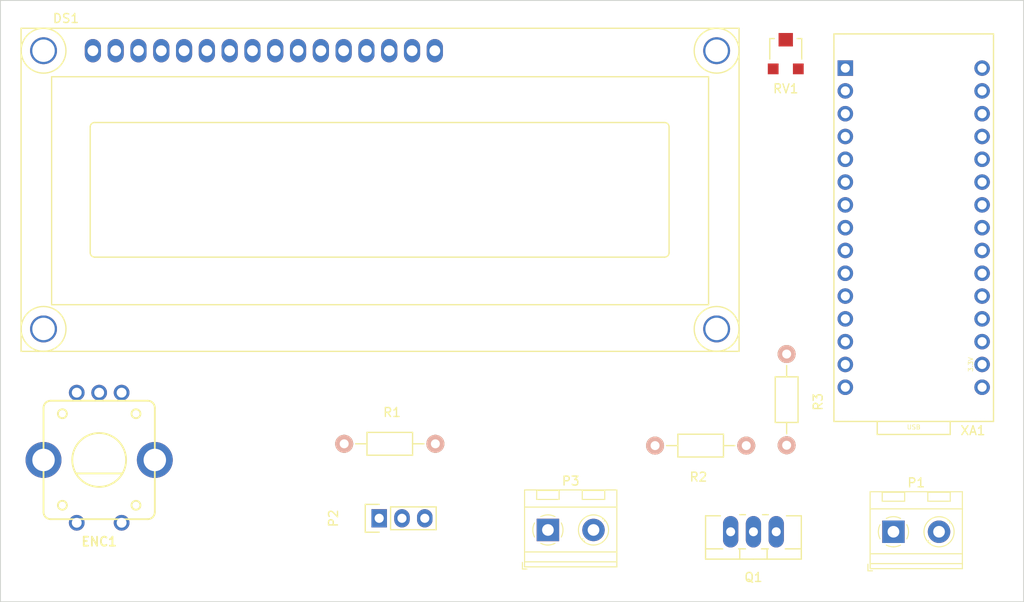
<source format=kicad_pcb>
(kicad_pcb (version 4) (host pcbnew 4.0.5+dfsg1-4)

  (general
    (links 34)
    (no_connects 34)
    (area 81.949999 40.949999 196.050001 108.050001)
    (thickness 1.6)
    (drawings 4)
    (tracks 0)
    (zones 0)
    (modules 11)
    (nets 37)
  )

  (page A4)
  (layers
    (0 F.Cu signal)
    (31 B.Cu signal)
    (32 B.Adhes user)
    (33 F.Adhes user)
    (34 B.Paste user)
    (35 F.Paste user)
    (36 B.SilkS user)
    (37 F.SilkS user)
    (38 B.Mask user)
    (39 F.Mask user)
    (40 Dwgs.User user)
    (41 Cmts.User user)
    (42 Eco1.User user)
    (43 Eco2.User user)
    (44 Edge.Cuts user)
    (45 Margin user)
    (46 B.CrtYd user)
    (47 F.CrtYd user)
    (48 B.Fab user)
    (49 F.Fab user)
  )

  (setup
    (last_trace_width 0.25)
    (trace_clearance 0.2)
    (zone_clearance 0.508)
    (zone_45_only no)
    (trace_min 0.2)
    (segment_width 0.2)
    (edge_width 0.1)
    (via_size 0.6)
    (via_drill 0.4)
    (via_min_size 0.4)
    (via_min_drill 0.3)
    (uvia_size 0.3)
    (uvia_drill 0.1)
    (uvias_allowed no)
    (uvia_min_size 0.2)
    (uvia_min_drill 0.1)
    (pcb_text_width 0.3)
    (pcb_text_size 1.5 1.5)
    (mod_edge_width 0.15)
    (mod_text_size 1 1)
    (mod_text_width 0.15)
    (pad_size 1.5 1.5)
    (pad_drill 0.6)
    (pad_to_mask_clearance 0)
    (aux_axis_origin 0 0)
    (visible_elements FFFEDF3F)
    (pcbplotparams
      (layerselection 0x00030_80000001)
      (usegerberextensions false)
      (excludeedgelayer true)
      (linewidth 0.100000)
      (plotframeref false)
      (viasonmask false)
      (mode 1)
      (useauxorigin false)
      (hpglpennumber 1)
      (hpglpenspeed 20)
      (hpglpendiameter 15)
      (hpglpenoverlay 2)
      (psnegative false)
      (psa4output false)
      (plotreference true)
      (plotvalue true)
      (plotinvisibletext false)
      (padsonsilk false)
      (subtractmaskfromsilk false)
      (outputformat 1)
      (mirror false)
      (drillshape 1)
      (scaleselection 1)
      (outputdirectory ""))
  )

  (net 0 "")
  (net 1 GND)
  (net 2 5V)
  (net 3 "Net-(DS1-Pad3)")
  (net 4 "Net-(DS1-Pad4)")
  (net 5 "Net-(DS1-Pad6)")
  (net 6 "Net-(DS1-Pad7)")
  (net 7 "Net-(DS1-Pad8)")
  (net 8 "Net-(DS1-Pad9)")
  (net 9 "Net-(DS1-Pad10)")
  (net 10 "Net-(DS1-Pad11)")
  (net 11 "Net-(DS1-Pad12)")
  (net 12 "Net-(DS1-Pad13)")
  (net 13 "Net-(DS1-Pad14)")
  (net 14 "Net-(ENC1-PadA)")
  (net 15 "Net-(ENC1-PadB)")
  (net 16 "Net-(ENC1-PadSW1)")
  (net 17 +12V)
  (net 18 "Net-(P1-Pad2)")
  (net 19 "Net-(P2-Pad2)")
  (net 20 "Net-(Q1-Pad1)")
  (net 21 "Net-(XA1-PadRST2)")
  (net 22 "Net-(XA1-PadA7)")
  (net 23 "Net-(XA1-PadA6)")
  (net 24 "Net-(XA1-PadA5)")
  (net 25 "Net-(XA1-PadA4)")
  (net 26 "Net-(XA1-PadA3)")
  (net 27 "Net-(XA1-PadAREF)")
  (net 28 "Net-(XA1-Pad3V3)")
  (net 29 "Net-(XA1-PadD13)")
  (net 30 "Net-(XA1-PadD12)")
  (net 31 "Net-(XA1-PadD10)")
  (net 32 "Net-(XA1-PadD9)")
  (net 33 "Net-(XA1-PadRST1)")
  (net 34 "Net-(XA1-PadD0)")
  (net 35 "Net-(XA1-PadD1)")
  (net 36 "Net-(R3-Pad1)")

  (net_class Default "This is the default net class."
    (clearance 0.2)
    (trace_width 0.25)
    (via_dia 0.6)
    (via_drill 0.4)
    (uvia_dia 0.3)
    (uvia_drill 0.1)
    (add_net +12V)
    (add_net 5V)
    (add_net GND)
    (add_net "Net-(DS1-Pad10)")
    (add_net "Net-(DS1-Pad11)")
    (add_net "Net-(DS1-Pad12)")
    (add_net "Net-(DS1-Pad13)")
    (add_net "Net-(DS1-Pad14)")
    (add_net "Net-(DS1-Pad3)")
    (add_net "Net-(DS1-Pad4)")
    (add_net "Net-(DS1-Pad6)")
    (add_net "Net-(DS1-Pad7)")
    (add_net "Net-(DS1-Pad8)")
    (add_net "Net-(DS1-Pad9)")
    (add_net "Net-(ENC1-PadA)")
    (add_net "Net-(ENC1-PadB)")
    (add_net "Net-(ENC1-PadSW1)")
    (add_net "Net-(P1-Pad2)")
    (add_net "Net-(P2-Pad2)")
    (add_net "Net-(Q1-Pad1)")
    (add_net "Net-(R3-Pad1)")
    (add_net "Net-(XA1-Pad3V3)")
    (add_net "Net-(XA1-PadA3)")
    (add_net "Net-(XA1-PadA4)")
    (add_net "Net-(XA1-PadA5)")
    (add_net "Net-(XA1-PadA6)")
    (add_net "Net-(XA1-PadA7)")
    (add_net "Net-(XA1-PadAREF)")
    (add_net "Net-(XA1-PadD0)")
    (add_net "Net-(XA1-PadD1)")
    (add_net "Net-(XA1-PadD10)")
    (add_net "Net-(XA1-PadD12)")
    (add_net "Net-(XA1-PadD13)")
    (add_net "Net-(XA1-PadD9)")
    (add_net "Net-(XA1-PadRST1)")
    (add_net "Net-(XA1-PadRST2)")
  )

  (module TerminalBlock_RND:TerminalBlock_RND_205-00232_Pitch5.08mm (layer F.Cu) (tedit 59E50DA1) (tstamp 5B5F77A6)
    (at 181.5 100.2)
    (descr "terminal block RND 205-00232, 2 pins, pitch 5.08mm, size 10.16x8.45mm^2, drill diamater 1.3mm, pad diameter 2.5mm, see http://cdn-reichelt.de/documents/datenblatt/C151/RND_205-00232_DB_EN.pdf")
    (tags "THT terminal block RND 205-00232 pitch 5.08mm size 10.16x8.45mm^2 drill 1.3mm pad 2.5mm")
    (path /5B5C894E)
    (fp_text reference P1 (at 2.54 -5.46) (layer F.SilkS)
      (effects (font (size 1 1) (thickness 0.15)))
    )
    (fp_text value CONN_01X02 (at 2.54 5.11) (layer F.Fab)
      (effects (font (size 1 1) (thickness 0.15)))
    )
    (fp_arc (start 0 0) (end 0 1.68) (angle -28) (layer F.SilkS) (width 0.12))
    (fp_arc (start 0 0) (end 1.484 0.789) (angle -56) (layer F.SilkS) (width 0.12))
    (fp_arc (start 0 0) (end 0.789 -1.484) (angle -56) (layer F.SilkS) (width 0.12))
    (fp_arc (start 0 0) (end -1.484 -0.789) (angle -56) (layer F.SilkS) (width 0.12))
    (fp_arc (start 0 0) (end -0.789 1.484) (angle -29) (layer F.SilkS) (width 0.12))
    (fp_circle (center 0 0) (end 1.5 0) (layer F.Fab) (width 0.1))
    (fp_circle (center 5.08 0) (end 6.58 0) (layer F.Fab) (width 0.1))
    (fp_circle (center 5.08 0) (end 6.76 0) (layer F.SilkS) (width 0.12))
    (fp_line (start -2.54 -4.4) (end 7.62 -4.4) (layer F.Fab) (width 0.1))
    (fp_line (start 7.62 -4.4) (end 7.62 4.05) (layer F.Fab) (width 0.1))
    (fp_line (start 7.62 4.05) (end -2.04 4.05) (layer F.Fab) (width 0.1))
    (fp_line (start -2.04 4.05) (end -2.54 3.55) (layer F.Fab) (width 0.1))
    (fp_line (start -2.54 3.55) (end -2.54 -4.4) (layer F.Fab) (width 0.1))
    (fp_line (start -2.54 3.55) (end 7.62 3.55) (layer F.Fab) (width 0.1))
    (fp_line (start -2.6 3.55) (end 7.68 3.55) (layer F.SilkS) (width 0.12))
    (fp_line (start -2.54 2.45) (end 7.62 2.45) (layer F.Fab) (width 0.1))
    (fp_line (start -2.6 2.45) (end 7.68 2.45) (layer F.SilkS) (width 0.12))
    (fp_line (start -2.54 -2.55) (end 7.62 -2.55) (layer F.Fab) (width 0.1))
    (fp_line (start -2.6 -2.55) (end 7.68 -2.55) (layer F.SilkS) (width 0.12))
    (fp_line (start -2.6 -4.46) (end -2.6 4.11) (layer F.SilkS) (width 0.12))
    (fp_line (start -2.6 4.11) (end 7.68 4.11) (layer F.SilkS) (width 0.12))
    (fp_line (start 7.68 4.11) (end 7.68 -4.46) (layer F.SilkS) (width 0.12))
    (fp_line (start 7.68 -4.46) (end -2.6 -4.46) (layer F.SilkS) (width 0.12))
    (fp_line (start 1.138 -0.955) (end -0.955 1.138) (layer F.Fab) (width 0.1))
    (fp_line (start 0.955 -1.138) (end -1.138 0.955) (layer F.Fab) (width 0.1))
    (fp_line (start -1.25 -4.4) (end -1.25 -3.4) (layer F.Fab) (width 0.1))
    (fp_line (start -1.25 -3.4) (end 1.25 -3.4) (layer F.Fab) (width 0.1))
    (fp_line (start 1.25 -3.4) (end 1.25 -4.4) (layer F.Fab) (width 0.1))
    (fp_line (start 1.25 -4.4) (end -1.25 -4.4) (layer F.Fab) (width 0.1))
    (fp_line (start -1.25 -4.4) (end 1.25 -4.4) (layer F.SilkS) (width 0.12))
    (fp_line (start -1.25 -3.4) (end 1.25 -3.4) (layer F.SilkS) (width 0.12))
    (fp_line (start -1.25 -4.4) (end -1.25 -3.4) (layer F.SilkS) (width 0.12))
    (fp_line (start 1.25 -4.4) (end 1.25 -3.4) (layer F.SilkS) (width 0.12))
    (fp_line (start 6.218 -0.955) (end 4.126 1.138) (layer F.Fab) (width 0.1))
    (fp_line (start 6.035 -1.138) (end 3.943 0.955) (layer F.Fab) (width 0.1))
    (fp_line (start 6.355 -1.069) (end 6.261 -0.976) (layer F.SilkS) (width 0.12))
    (fp_line (start 4.07 1.216) (end 4.011 1.274) (layer F.SilkS) (width 0.12))
    (fp_line (start 6.15 -1.275) (end 6.091 -1.216) (layer F.SilkS) (width 0.12))
    (fp_line (start 3.9 0.976) (end 3.806 1.069) (layer F.SilkS) (width 0.12))
    (fp_line (start 3.83 -4.4) (end 3.83 -3.4) (layer F.Fab) (width 0.1))
    (fp_line (start 3.83 -3.4) (end 6.33 -3.4) (layer F.Fab) (width 0.1))
    (fp_line (start 6.33 -3.4) (end 6.33 -4.4) (layer F.Fab) (width 0.1))
    (fp_line (start 6.33 -4.4) (end 3.83 -4.4) (layer F.Fab) (width 0.1))
    (fp_line (start 3.83 -4.4) (end 6.33 -4.4) (layer F.SilkS) (width 0.12))
    (fp_line (start 3.83 -3.4) (end 6.33 -3.4) (layer F.SilkS) (width 0.12))
    (fp_line (start 3.83 -4.4) (end 3.83 -3.4) (layer F.SilkS) (width 0.12))
    (fp_line (start 6.33 -4.4) (end 6.33 -3.4) (layer F.SilkS) (width 0.12))
    (fp_line (start -2.84 3.61) (end -2.84 4.35) (layer F.SilkS) (width 0.12))
    (fp_line (start -2.84 4.35) (end -2.34 4.35) (layer F.SilkS) (width 0.12))
    (fp_line (start -3.05 -4.9) (end -3.05 4.55) (layer F.CrtYd) (width 0.05))
    (fp_line (start -3.05 4.55) (end 8.15 4.55) (layer F.CrtYd) (width 0.05))
    (fp_line (start 8.15 4.55) (end 8.15 -4.9) (layer F.CrtYd) (width 0.05))
    (fp_line (start 8.15 -4.9) (end -3.05 -4.9) (layer F.CrtYd) (width 0.05))
    (fp_text user %R (at 2.54 -5.46) (layer F.Fab)
      (effects (font (size 1 1) (thickness 0.15)))
    )
    (pad 1 thru_hole rect (at 0 0) (size 2.5 2.5) (drill 1.3) (layers *.Cu *.Mask)
      (net 17 +12V))
    (pad 2 thru_hole circle (at 5.08 0) (size 2.5 2.5) (drill 1.3) (layers *.Cu *.Mask)
      (net 18 "Net-(P1-Pad2)"))
    (model ${KISYS3DMOD}/TerminalBlock_RND.3dshapes/TerminalBlock_RND_205-00232_Pitch5.08mm.wrl
      (at (xyz 0 0 0))
      (scale (xyz 1 1 1))
      (rotate (xyz 0 0 0))
    )
  )

  (module Displays:WC1602A (layer F.Cu) (tedit 0) (tstamp 5B5F7795)
    (at 92.3 46.6)
    (descr http://www.kamami.pl/dl/wc1602a0.pdf)
    (tags "LCD 16x2 Alphanumeric 16pin")
    (path /5B5C73D2)
    (fp_text reference DS1 (at -2.99974 -3.59918) (layer F.SilkS)
      (effects (font (size 1 1) (thickness 0.15)))
    )
    (fp_text value LCD16X2 (at 31.99892 15.49908) (layer F.Fab)
      (effects (font (size 1 1) (thickness 0.15)))
    )
    (fp_line (start 0.20066 8.001) (end 63.70066 8.001) (layer F.SilkS) (width 0.15))
    (fp_line (start -0.29972 22.49932) (end -0.29972 8.49884) (layer F.SilkS) (width 0.15))
    (fp_line (start 63.70066 22.9997) (end 0.20066 22.9997) (layer F.SilkS) (width 0.15))
    (fp_line (start 64.20104 8.49884) (end 64.20104 22.49932) (layer F.SilkS) (width 0.15))
    (fp_arc (start 63.70066 8.49884) (end 63.70066 8.001) (angle 90) (layer F.SilkS) (width 0.15))
    (fp_arc (start 63.70066 22.49932) (end 64.20104 22.49932) (angle 90) (layer F.SilkS) (width 0.15))
    (fp_arc (start 0.20066 22.49932) (end 0.20066 22.9997) (angle 90) (layer F.SilkS) (width 0.15))
    (fp_arc (start 0.20066 8.49884) (end -0.29972 8.49884) (angle 90) (layer F.SilkS) (width 0.15))
    (fp_line (start -4.59994 2.90068) (end 68.60032 2.90068) (layer F.SilkS) (width 0.15))
    (fp_line (start 68.60032 2.90068) (end 68.60032 28.30068) (layer F.SilkS) (width 0.15))
    (fp_line (start 68.60032 28.30068) (end -4.59994 28.30068) (layer F.SilkS) (width 0.15))
    (fp_line (start -4.59994 28.30068) (end -4.59994 2.90068) (layer F.SilkS) (width 0.15))
    (fp_circle (center 69.49948 0) (end 71.99884 0) (layer F.SilkS) (width 0.15))
    (fp_circle (center 69.49948 31.0007) (end 71.99884 31.0007) (layer F.SilkS) (width 0.15))
    (fp_circle (center -5.4991 31.0007) (end -8.001 31.0007) (layer F.SilkS) (width 0.15))
    (fp_circle (center -5.4991 0) (end -2.99974 0) (layer F.SilkS) (width 0.15))
    (fp_line (start -8.001 -2.49936) (end 71.99884 -2.49936) (layer F.SilkS) (width 0.15))
    (fp_line (start 71.99884 -2.49936) (end 71.99884 33.50006) (layer F.SilkS) (width 0.15))
    (fp_line (start 71.99884 33.50006) (end -8.001 33.50006) (layer F.SilkS) (width 0.15))
    (fp_line (start -8.001 33.50006) (end -8.001 -2.49936) (layer F.SilkS) (width 0.15))
    (pad 1 thru_hole oval (at 0 0) (size 1.8 2.6) (drill 1.2) (layers *.Cu *.Mask)
      (net 1 GND))
    (pad 2 thru_hole oval (at 2.54 0) (size 1.8 2.6) (drill 1.2) (layers *.Cu *.Mask)
      (net 2 5V))
    (pad 3 thru_hole oval (at 5.08 0) (size 1.8 2.6) (drill 1.2) (layers *.Cu *.Mask)
      (net 3 "Net-(DS1-Pad3)"))
    (pad 4 thru_hole oval (at 7.62 0) (size 1.8 2.6) (drill 1.2) (layers *.Cu *.Mask)
      (net 4 "Net-(DS1-Pad4)"))
    (pad 5 thru_hole oval (at 10.16 0) (size 1.8 2.6) (drill 1.2) (layers *.Cu *.Mask)
      (net 1 GND))
    (pad 6 thru_hole oval (at 12.7 0) (size 1.8 2.6) (drill 1.2) (layers *.Cu *.Mask)
      (net 5 "Net-(DS1-Pad6)"))
    (pad 7 thru_hole oval (at 15.24 0) (size 1.8 2.6) (drill 1.2) (layers *.Cu *.Mask)
      (net 6 "Net-(DS1-Pad7)"))
    (pad 8 thru_hole oval (at 17.78 0) (size 1.8 2.6) (drill 1.2) (layers *.Cu *.Mask)
      (net 7 "Net-(DS1-Pad8)"))
    (pad 9 thru_hole oval (at 20.32 0) (size 1.8 2.6) (drill 1.2) (layers *.Cu *.Mask)
      (net 8 "Net-(DS1-Pad9)"))
    (pad 10 thru_hole oval (at 22.86 0) (size 1.8 2.6) (drill 1.2) (layers *.Cu *.Mask)
      (net 9 "Net-(DS1-Pad10)"))
    (pad 11 thru_hole oval (at 25.4 0) (size 1.8 2.6) (drill 1.2) (layers *.Cu *.Mask)
      (net 10 "Net-(DS1-Pad11)"))
    (pad 12 thru_hole oval (at 27.94 0) (size 1.8 2.6) (drill 1.2) (layers *.Cu *.Mask)
      (net 11 "Net-(DS1-Pad12)"))
    (pad 13 thru_hole oval (at 30.48 0) (size 1.8 2.6) (drill 1.2) (layers *.Cu *.Mask)
      (net 12 "Net-(DS1-Pad13)"))
    (pad 14 thru_hole oval (at 33.02 0) (size 1.8 2.6) (drill 1.2) (layers *.Cu *.Mask)
      (net 13 "Net-(DS1-Pad14)"))
    (pad 15 thru_hole oval (at 35.56 0) (size 1.8 2.6) (drill 1.2) (layers *.Cu *.Mask)
      (net 2 5V))
    (pad 16 thru_hole oval (at 38.1 0) (size 1.8 2.6) (drill 1.2) (layers *.Cu *.Mask)
      (net 1 GND))
    (pad 0 thru_hole circle (at -5.4991 0) (size 3 3) (drill 2.5) (layers *.Cu *.Mask))
    (pad 0 thru_hole circle (at -5.4991 31.0007) (size 3 3) (drill 2.5) (layers *.Cu *.Mask))
    (pad 0 thru_hole circle (at 69.49948 31.0007) (size 3 3) (drill 2.5) (layers *.Cu *.Mask))
    (pad 0 thru_hole circle (at 69.49948 0) (size 3 3) (drill 2.5) (layers *.Cu *.Mask))
  )

  (module Rotary-Encoders:ALPS_STEC12E08 (layer F.Cu) (tedit 55435E75) (tstamp 5B5F77A0)
    (at 93 92.2 180)
    (tags "rotary, encoder, ALPS")
    (path /5B5C8CD7)
    (fp_text reference ENC1 (at 0 -9.1 180) (layer F.SilkS)
      (effects (font (size 1 1) (thickness 0.2)))
    )
    (fp_text value ALPS-STEC12E08 (at 0 -4.8 180) (layer F.SilkS) hide
      (effects (font (size 1 1) (thickness 0.2)))
    )
    (fp_circle (center 0 0) (end 3.75 0) (layer F.Fab) (width 0.05))
    (fp_circle (center -4.1 5.15) (end -3.6 5.15) (layer F.SilkS) (width 0.2))
    (fp_circle (center 4.1 5.15) (end 4.6 5.15) (layer F.SilkS) (width 0.2))
    (fp_circle (center 4.1 -5.05) (end 4.6 -5.05) (layer F.SilkS) (width 0.2))
    (fp_circle (center -4.1 -5.05) (end -3.6 -5.05) (layer F.SilkS) (width 0.2))
    (fp_line (start -6.2 5.8) (end -6.2 -5.8) (layer F.SilkS) (width 0.2))
    (fp_line (start 6.2 -5.8) (end 6.2 5.8) (layer F.SilkS) (width 0.2))
    (fp_line (start -5.4 -6.6) (end 5.4 -6.6) (layer F.SilkS) (width 0.2))
    (fp_line (start -5.4 6.6) (end 5.4 6.6) (layer F.SilkS) (width 0.2))
    (fp_arc (start -5.4 -5.8) (end -6.2 -5.8) (angle 90) (layer F.SilkS) (width 0.2))
    (fp_arc (start -5.4 5.8) (end -5.4 6.6) (angle 90) (layer F.SilkS) (width 0.2))
    (fp_arc (start 5.4 5.8) (end 6.2 5.8) (angle 90) (layer F.SilkS) (width 0.2))
    (fp_arc (start 5.4 -5.8) (end 5.4 -6.6) (angle 90) (layer F.SilkS) (width 0.2))
    (fp_line (start -2.6 -1.5) (end 2.6 -1.5) (layer F.SilkS) (width 0.2))
    (fp_circle (center 0 0) (end 3 0) (layer F.SilkS) (width 0.2))
    (pad A thru_hole circle (at -2.5 7.5 180) (size 1.75 1.75) (drill 1.1) (layers *.Cu *.Mask)
      (net 14 "Net-(ENC1-PadA)"))
    (pad B thru_hole circle (at 2.5 7.5 180) (size 1.75 1.75) (drill 1.1) (layers *.Cu *.Mask)
      (net 15 "Net-(ENC1-PadB)"))
    (pad C thru_hole circle (at 0 7.5 180) (size 1.75 1.75) (drill 1.1) (layers *.Cu *.Mask)
      (net 1 GND))
    (pad SW2 thru_hole circle (at 2.5 -7 180) (size 1.75 1.75) (drill 1.1) (layers *.Cu *.Mask)
      (net 1 GND))
    (pad SW1 thru_hole circle (at -2.5 -7 180) (size 1.75 1.75) (drill 1.1) (layers *.Cu *.Mask)
      (net 16 "Net-(ENC1-PadSW1)"))
    (pad body thru_hole oval (at 6.2 0 180) (size 4 4) (drill 2.5) (layers *.Cu *.Mask))
    (pad body thru_hole oval (at -6.2 0 180) (size 4 4) (drill 2.5) (layers *.Cu *.Mask))
  )

  (module Pin_Headers:Pin_Header_Straight_1x03 (layer F.Cu) (tedit 0) (tstamp 5B5F77AD)
    (at 124.2 98.7 90)
    (descr "Through hole pin header")
    (tags "pin header")
    (path /5B5C6C97)
    (fp_text reference P2 (at 0 -5.1 90) (layer F.SilkS)
      (effects (font (size 1 1) (thickness 0.15)))
    )
    (fp_text value CONN_01X03 (at 0 -3.1 90) (layer F.Fab)
      (effects (font (size 1 1) (thickness 0.15)))
    )
    (fp_line (start -1.75 -1.75) (end -1.75 6.85) (layer F.CrtYd) (width 0.05))
    (fp_line (start 1.75 -1.75) (end 1.75 6.85) (layer F.CrtYd) (width 0.05))
    (fp_line (start -1.75 -1.75) (end 1.75 -1.75) (layer F.CrtYd) (width 0.05))
    (fp_line (start -1.75 6.85) (end 1.75 6.85) (layer F.CrtYd) (width 0.05))
    (fp_line (start -1.27 1.27) (end -1.27 6.35) (layer F.SilkS) (width 0.15))
    (fp_line (start -1.27 6.35) (end 1.27 6.35) (layer F.SilkS) (width 0.15))
    (fp_line (start 1.27 6.35) (end 1.27 1.27) (layer F.SilkS) (width 0.15))
    (fp_line (start 1.55 -1.55) (end 1.55 0) (layer F.SilkS) (width 0.15))
    (fp_line (start 1.27 1.27) (end -1.27 1.27) (layer F.SilkS) (width 0.15))
    (fp_line (start -1.55 0) (end -1.55 -1.55) (layer F.SilkS) (width 0.15))
    (fp_line (start -1.55 -1.55) (end 1.55 -1.55) (layer F.SilkS) (width 0.15))
    (pad 1 thru_hole rect (at 0 0 90) (size 2.032 1.7272) (drill 1.016) (layers *.Cu *.Mask)
      (net 2 5V))
    (pad 2 thru_hole oval (at 0 2.54 90) (size 2.032 1.7272) (drill 1.016) (layers *.Cu *.Mask)
      (net 19 "Net-(P2-Pad2)"))
    (pad 3 thru_hole oval (at 0 5.08 90) (size 2.032 1.7272) (drill 1.016) (layers *.Cu *.Mask)
      (net 1 GND))
    (model Pin_Headers.3dshapes/Pin_Header_Straight_1x03.wrl
      (at (xyz 0 -0.1 0))
      (scale (xyz 1 1 1))
      (rotate (xyz 0 0 90))
    )
  )

  (module TerminalBlock_RND:TerminalBlock_RND_205-00232_Pitch5.08mm (layer F.Cu) (tedit 59E50DA1) (tstamp 5B5F77B3)
    (at 143 100)
    (descr "terminal block RND 205-00232, 2 pins, pitch 5.08mm, size 10.16x8.45mm^2, drill diamater 1.3mm, pad diameter 2.5mm, see http://cdn-reichelt.de/documents/datenblatt/C151/RND_205-00232_DB_EN.pdf")
    (tags "THT terminal block RND 205-00232 pitch 5.08mm size 10.16x8.45mm^2 drill 1.3mm pad 2.5mm")
    (path /5B5C9307)
    (fp_text reference P3 (at 2.54 -5.46) (layer F.SilkS)
      (effects (font (size 1 1) (thickness 0.15)))
    )
    (fp_text value CONN_01X02 (at 2.54 5.11) (layer F.Fab)
      (effects (font (size 1 1) (thickness 0.15)))
    )
    (fp_arc (start 0 0) (end 0 1.68) (angle -28) (layer F.SilkS) (width 0.12))
    (fp_arc (start 0 0) (end 1.484 0.789) (angle -56) (layer F.SilkS) (width 0.12))
    (fp_arc (start 0 0) (end 0.789 -1.484) (angle -56) (layer F.SilkS) (width 0.12))
    (fp_arc (start 0 0) (end -1.484 -0.789) (angle -56) (layer F.SilkS) (width 0.12))
    (fp_arc (start 0 0) (end -0.789 1.484) (angle -29) (layer F.SilkS) (width 0.12))
    (fp_circle (center 0 0) (end 1.5 0) (layer F.Fab) (width 0.1))
    (fp_circle (center 5.08 0) (end 6.58 0) (layer F.Fab) (width 0.1))
    (fp_circle (center 5.08 0) (end 6.76 0) (layer F.SilkS) (width 0.12))
    (fp_line (start -2.54 -4.4) (end 7.62 -4.4) (layer F.Fab) (width 0.1))
    (fp_line (start 7.62 -4.4) (end 7.62 4.05) (layer F.Fab) (width 0.1))
    (fp_line (start 7.62 4.05) (end -2.04 4.05) (layer F.Fab) (width 0.1))
    (fp_line (start -2.04 4.05) (end -2.54 3.55) (layer F.Fab) (width 0.1))
    (fp_line (start -2.54 3.55) (end -2.54 -4.4) (layer F.Fab) (width 0.1))
    (fp_line (start -2.54 3.55) (end 7.62 3.55) (layer F.Fab) (width 0.1))
    (fp_line (start -2.6 3.55) (end 7.68 3.55) (layer F.SilkS) (width 0.12))
    (fp_line (start -2.54 2.45) (end 7.62 2.45) (layer F.Fab) (width 0.1))
    (fp_line (start -2.6 2.45) (end 7.68 2.45) (layer F.SilkS) (width 0.12))
    (fp_line (start -2.54 -2.55) (end 7.62 -2.55) (layer F.Fab) (width 0.1))
    (fp_line (start -2.6 -2.55) (end 7.68 -2.55) (layer F.SilkS) (width 0.12))
    (fp_line (start -2.6 -4.46) (end -2.6 4.11) (layer F.SilkS) (width 0.12))
    (fp_line (start -2.6 4.11) (end 7.68 4.11) (layer F.SilkS) (width 0.12))
    (fp_line (start 7.68 4.11) (end 7.68 -4.46) (layer F.SilkS) (width 0.12))
    (fp_line (start 7.68 -4.46) (end -2.6 -4.46) (layer F.SilkS) (width 0.12))
    (fp_line (start 1.138 -0.955) (end -0.955 1.138) (layer F.Fab) (width 0.1))
    (fp_line (start 0.955 -1.138) (end -1.138 0.955) (layer F.Fab) (width 0.1))
    (fp_line (start -1.25 -4.4) (end -1.25 -3.4) (layer F.Fab) (width 0.1))
    (fp_line (start -1.25 -3.4) (end 1.25 -3.4) (layer F.Fab) (width 0.1))
    (fp_line (start 1.25 -3.4) (end 1.25 -4.4) (layer F.Fab) (width 0.1))
    (fp_line (start 1.25 -4.4) (end -1.25 -4.4) (layer F.Fab) (width 0.1))
    (fp_line (start -1.25 -4.4) (end 1.25 -4.4) (layer F.SilkS) (width 0.12))
    (fp_line (start -1.25 -3.4) (end 1.25 -3.4) (layer F.SilkS) (width 0.12))
    (fp_line (start -1.25 -4.4) (end -1.25 -3.4) (layer F.SilkS) (width 0.12))
    (fp_line (start 1.25 -4.4) (end 1.25 -3.4) (layer F.SilkS) (width 0.12))
    (fp_line (start 6.218 -0.955) (end 4.126 1.138) (layer F.Fab) (width 0.1))
    (fp_line (start 6.035 -1.138) (end 3.943 0.955) (layer F.Fab) (width 0.1))
    (fp_line (start 6.355 -1.069) (end 6.261 -0.976) (layer F.SilkS) (width 0.12))
    (fp_line (start 4.07 1.216) (end 4.011 1.274) (layer F.SilkS) (width 0.12))
    (fp_line (start 6.15 -1.275) (end 6.091 -1.216) (layer F.SilkS) (width 0.12))
    (fp_line (start 3.9 0.976) (end 3.806 1.069) (layer F.SilkS) (width 0.12))
    (fp_line (start 3.83 -4.4) (end 3.83 -3.4) (layer F.Fab) (width 0.1))
    (fp_line (start 3.83 -3.4) (end 6.33 -3.4) (layer F.Fab) (width 0.1))
    (fp_line (start 6.33 -3.4) (end 6.33 -4.4) (layer F.Fab) (width 0.1))
    (fp_line (start 6.33 -4.4) (end 3.83 -4.4) (layer F.Fab) (width 0.1))
    (fp_line (start 3.83 -4.4) (end 6.33 -4.4) (layer F.SilkS) (width 0.12))
    (fp_line (start 3.83 -3.4) (end 6.33 -3.4) (layer F.SilkS) (width 0.12))
    (fp_line (start 3.83 -4.4) (end 3.83 -3.4) (layer F.SilkS) (width 0.12))
    (fp_line (start 6.33 -4.4) (end 6.33 -3.4) (layer F.SilkS) (width 0.12))
    (fp_line (start -2.84 3.61) (end -2.84 4.35) (layer F.SilkS) (width 0.12))
    (fp_line (start -2.84 4.35) (end -2.34 4.35) (layer F.SilkS) (width 0.12))
    (fp_line (start -3.05 -4.9) (end -3.05 4.55) (layer F.CrtYd) (width 0.05))
    (fp_line (start -3.05 4.55) (end 8.15 4.55) (layer F.CrtYd) (width 0.05))
    (fp_line (start 8.15 4.55) (end 8.15 -4.9) (layer F.CrtYd) (width 0.05))
    (fp_line (start 8.15 -4.9) (end -3.05 -4.9) (layer F.CrtYd) (width 0.05))
    (fp_text user %R (at 2.54 -5.46) (layer F.Fab)
      (effects (font (size 1 1) (thickness 0.15)))
    )
    (pad 1 thru_hole rect (at 0 0) (size 2.5 2.5) (drill 1.3) (layers *.Cu *.Mask)
      (net 17 +12V))
    (pad 2 thru_hole circle (at 5.08 0) (size 2.5 2.5) (drill 1.3) (layers *.Cu *.Mask)
      (net 1 GND))
    (model ${KISYS3DMOD}/TerminalBlock_RND.3dshapes/TerminalBlock_RND_205-00232_Pitch5.08mm.wrl
      (at (xyz 0 0 0))
      (scale (xyz 1 1 1))
      (rotate (xyz 0 0 0))
    )
  )

  (module TO_SOT_Packages_THT:TO-220_Neutral123_Vertical_LargePads (layer F.Cu) (tedit 0) (tstamp 5B5F77BA)
    (at 165.9 100.2 180)
    (descr "TO-220, Neutral, Vertical, Large Pads,")
    (tags "TO-220, Neutral, Vertical, Large Pads,")
    (path /5B5C7049)
    (fp_text reference Q1 (at 0 -5.08 180) (layer F.SilkS)
      (effects (font (size 1 1) (thickness 0.15)))
    )
    (fp_text value Q_NMOS_GDS (at 0 3.81 180) (layer F.Fab)
      (effects (font (size 1 1) (thickness 0.15)))
    )
    (fp_line (start 5.334 -1.905) (end 3.429 -1.905) (layer F.SilkS) (width 0.15))
    (fp_line (start 0.889 -1.905) (end 1.651 -1.905) (layer F.SilkS) (width 0.15))
    (fp_line (start -1.524 -1.905) (end -1.651 -1.905) (layer F.SilkS) (width 0.15))
    (fp_line (start -1.524 -1.905) (end -0.889 -1.905) (layer F.SilkS) (width 0.15))
    (fp_line (start -5.334 -1.905) (end -3.556 -1.905) (layer F.SilkS) (width 0.15))
    (fp_line (start -5.334 1.778) (end -3.683 1.778) (layer F.SilkS) (width 0.15))
    (fp_line (start -1.016 1.905) (end -1.651 1.905) (layer F.SilkS) (width 0.15))
    (fp_line (start 1.524 1.905) (end 0.889 1.905) (layer F.SilkS) (width 0.15))
    (fp_line (start 5.334 1.778) (end 3.683 1.778) (layer F.SilkS) (width 0.15))
    (fp_line (start -1.524 -3.048) (end -1.524 -1.905) (layer F.SilkS) (width 0.15))
    (fp_line (start 1.524 -3.048) (end 1.524 -1.905) (layer F.SilkS) (width 0.15))
    (fp_line (start 5.334 -1.905) (end 5.334 1.778) (layer F.SilkS) (width 0.15))
    (fp_line (start -5.334 1.778) (end -5.334 -1.905) (layer F.SilkS) (width 0.15))
    (fp_line (start 5.334 -3.048) (end 5.334 -1.905) (layer F.SilkS) (width 0.15))
    (fp_line (start -5.334 -1.905) (end -5.334 -3.048) (layer F.SilkS) (width 0.15))
    (fp_line (start 0 -3.048) (end -5.334 -3.048) (layer F.SilkS) (width 0.15))
    (fp_line (start 0 -3.048) (end 5.334 -3.048) (layer F.SilkS) (width 0.15))
    (pad 2 thru_hole oval (at 0 0 270) (size 3.50012 1.69926) (drill 1.00076) (layers *.Cu *.Mask)
      (net 18 "Net-(P1-Pad2)"))
    (pad 1 thru_hole oval (at -2.54 0 270) (size 3.50012 1.69926) (drill 1.00076) (layers *.Cu *.Mask)
      (net 20 "Net-(Q1-Pad1)"))
    (pad 3 thru_hole oval (at 2.54 0 270) (size 3.50012 1.69926) (drill 1.00076) (layers *.Cu *.Mask)
      (net 1 GND))
    (model TO_SOT_Packages_THT.3dshapes/TO-220_Neutral123_Vertical_LargePads.wrl
      (at (xyz 0 0 0))
      (scale (xyz 0.3937 0.3937 0.3937))
      (rotate (xyz 0 0 0))
    )
  )

  (module Resistors_THT:Resistor_Horizontal_RM10mm (layer F.Cu) (tedit 56648415) (tstamp 5B5F77C0)
    (at 120.3 90.4)
    (descr "Resistor, Axial,  RM 10mm, 1/3W")
    (tags "Resistor Axial RM 10mm 1/3W")
    (path /5B5C6BBE)
    (fp_text reference R1 (at 5.32892 -3.50012) (layer F.SilkS)
      (effects (font (size 1 1) (thickness 0.15)))
    )
    (fp_text value R (at 5.08 3.81) (layer F.Fab)
      (effects (font (size 1 1) (thickness 0.15)))
    )
    (fp_line (start -1.25 -1.5) (end 11.4 -1.5) (layer F.CrtYd) (width 0.05))
    (fp_line (start -1.25 1.5) (end -1.25 -1.5) (layer F.CrtYd) (width 0.05))
    (fp_line (start 11.4 -1.5) (end 11.4 1.5) (layer F.CrtYd) (width 0.05))
    (fp_line (start -1.25 1.5) (end 11.4 1.5) (layer F.CrtYd) (width 0.05))
    (fp_line (start 2.54 -1.27) (end 7.62 -1.27) (layer F.SilkS) (width 0.15))
    (fp_line (start 7.62 -1.27) (end 7.62 1.27) (layer F.SilkS) (width 0.15))
    (fp_line (start 7.62 1.27) (end 2.54 1.27) (layer F.SilkS) (width 0.15))
    (fp_line (start 2.54 1.27) (end 2.54 -1.27) (layer F.SilkS) (width 0.15))
    (fp_line (start 2.54 0) (end 1.27 0) (layer F.SilkS) (width 0.15))
    (fp_line (start 7.62 0) (end 8.89 0) (layer F.SilkS) (width 0.15))
    (pad 1 thru_hole circle (at 0 0) (size 1.99898 1.99898) (drill 1.00076) (layers *.Cu *.SilkS *.Mask)
      (net 2 5V))
    (pad 2 thru_hole circle (at 10.16 0) (size 1.99898 1.99898) (drill 1.00076) (layers *.Cu *.SilkS *.Mask)
      (net 19 "Net-(P2-Pad2)"))
    (model Resistors_ThroughHole.3dshapes/Resistor_Horizontal_RM10mm.wrl
      (at (xyz 0.2 0 0))
      (scale (xyz 0.4 0.4 0.4))
      (rotate (xyz 0 0 0))
    )
  )

  (module Resistors_THT:Resistor_Horizontal_RM10mm (layer F.Cu) (tedit 56648415) (tstamp 5B5F77C6)
    (at 165.1 90.6 180)
    (descr "Resistor, Axial,  RM 10mm, 1/3W")
    (tags "Resistor Axial RM 10mm 1/3W")
    (path /5B5F6075)
    (fp_text reference R2 (at 5.32892 -3.50012 180) (layer F.SilkS)
      (effects (font (size 1 1) (thickness 0.15)))
    )
    (fp_text value R (at 5.08 3.81 180) (layer F.Fab)
      (effects (font (size 1 1) (thickness 0.15)))
    )
    (fp_line (start -1.25 -1.5) (end 11.4 -1.5) (layer F.CrtYd) (width 0.05))
    (fp_line (start -1.25 1.5) (end -1.25 -1.5) (layer F.CrtYd) (width 0.05))
    (fp_line (start 11.4 -1.5) (end 11.4 1.5) (layer F.CrtYd) (width 0.05))
    (fp_line (start -1.25 1.5) (end 11.4 1.5) (layer F.CrtYd) (width 0.05))
    (fp_line (start 2.54 -1.27) (end 7.62 -1.27) (layer F.SilkS) (width 0.15))
    (fp_line (start 7.62 -1.27) (end 7.62 1.27) (layer F.SilkS) (width 0.15))
    (fp_line (start 7.62 1.27) (end 2.54 1.27) (layer F.SilkS) (width 0.15))
    (fp_line (start 2.54 1.27) (end 2.54 -1.27) (layer F.SilkS) (width 0.15))
    (fp_line (start 2.54 0) (end 1.27 0) (layer F.SilkS) (width 0.15))
    (fp_line (start 7.62 0) (end 8.89 0) (layer F.SilkS) (width 0.15))
    (pad 1 thru_hole circle (at 0 0 180) (size 1.99898 1.99898) (drill 1.00076) (layers *.Cu *.SilkS *.Mask)
      (net 20 "Net-(Q1-Pad1)"))
    (pad 2 thru_hole circle (at 10.16 0 180) (size 1.99898 1.99898) (drill 1.00076) (layers *.Cu *.SilkS *.Mask)
      (net 1 GND))
    (model Resistors_ThroughHole.3dshapes/Resistor_Horizontal_RM10mm.wrl
      (at (xyz 0.2 0 0))
      (scale (xyz 0.4 0.4 0.4))
      (rotate (xyz 0 0 0))
    )
  )

  (module Potentiometers:Potentiometer_Trimmer-EVM3E (layer F.Cu) (tedit 580B90AB) (tstamp 5B5F77CD)
    (at 169.5 47)
    (descr http://www.comkey.in/sites/default/files/attachments/EVM3ESX50B15.pdf)
    (tags "trimmer smd")
    (path /5B5C751D)
    (attr smd)
    (fp_text reference RV1 (at 0 3.835) (layer F.SilkS)
      (effects (font (size 1 1) (thickness 0.15)))
    )
    (fp_text value POT_TRIM (at 0 -3.785) (layer F.Fab)
      (effects (font (size 1 1) (thickness 0.15)))
    )
    (fp_line (start 1.778 -1.753) (end 1.778 0.533) (layer F.SilkS) (width 0.15))
    (fp_line (start 1.27 -1.753) (end 1.778 -1.753) (layer F.SilkS) (width 0.15))
    (fp_line (start -1.778 -1.753) (end -1.27 -1.753) (layer F.SilkS) (width 0.15))
    (fp_line (start -1.778 0.533) (end -1.778 -1.753) (layer F.SilkS) (width 0.15))
    (fp_line (start 2.2 2.45) (end -2.2 2.45) (layer F.CrtYd) (width 0.05))
    (fp_line (start 2.2 -2.6) (end 2.2 2.45) (layer F.CrtYd) (width 0.05))
    (fp_line (start -2.2 -2.6) (end 2.2 -2.6) (layer F.CrtYd) (width 0.05))
    (fp_line (start -2.2 2.45) (end -2.2 -2.6) (layer F.CrtYd) (width 0.05))
    (fp_line (start 0.9 1.375) (end 0.9 1.725) (layer F.Fab) (width 0.05))
    (fp_line (start 1.55 1.375) (end 0.9 1.375) (layer F.Fab) (width 0.05))
    (fp_line (start -0.9 1.325) (end -0.9 1.725) (layer F.Fab) (width 0.05))
    (fp_line (start -1.55 1.325) (end -0.9 1.325) (layer F.Fab) (width 0.05))
    (fp_line (start -0.25 -0.225) (end -0.25 -0.975) (layer F.Fab) (width 0.05))
    (fp_line (start -1 -0.225) (end -0.25 -0.225) (layer F.Fab) (width 0.05))
    (fp_line (start -1 0.275) (end -1 -0.225) (layer F.Fab) (width 0.05))
    (fp_line (start -0.25 0.275) (end -1 0.275) (layer F.Fab) (width 0.05))
    (fp_line (start -0.25 1.025) (end -0.25 0.275) (layer F.Fab) (width 0.05))
    (fp_line (start 0.25 1.025) (end -0.25 1.025) (layer F.Fab) (width 0.05))
    (fp_line (start 0.25 0.275) (end 0.25 1.025) (layer F.Fab) (width 0.05))
    (fp_line (start 1 0.275) (end 0.25 0.275) (layer F.Fab) (width 0.05))
    (fp_line (start 1 -0.225) (end 1 0.275) (layer F.Fab) (width 0.05))
    (fp_line (start 0.25 -0.225) (end 1 -0.225) (layer F.Fab) (width 0.05))
    (fp_line (start 0.25 -0.975) (end 0.25 -0.225) (layer F.Fab) (width 0.05))
    (fp_line (start -0.25 -0.975) (end 0.25 -0.975) (layer F.Fab) (width 0.05))
    (fp_line (start -1.55 1.725) (end -1.55 -1.525) (layer F.Fab) (width 0.05))
    (fp_line (start 1.55 1.725) (end -1.55 1.725) (layer F.Fab) (width 0.05))
    (fp_line (start 1.55 -1.525) (end 1.55 1.725) (layer F.Fab) (width 0.05))
    (fp_line (start -1.55 -1.525) (end 1.55 -1.525) (layer F.Fab) (width 0.05))
    (fp_circle (center 0 0.025) (end 0 -0.225) (layer F.Fab) (width 0.05))
    (fp_circle (center 0 0.025) (end 0 -1.175) (layer F.Fab) (width 0.05))
    (fp_circle (center 0 0.025) (end 0 -1.525) (layer F.Fab) (width 0.05))
    (pad 1 smd rect (at -1.4 1.625) (size 1.2 1.2) (layers F.Cu F.Paste F.Mask)
      (net 2 5V))
    (pad 3 smd rect (at 1.4 1.625) (size 1.2 1.2) (layers F.Cu F.Paste F.Mask)
      (net 1 GND))
    (pad 2 smd rect (at 0 -1.625) (size 1.6 1.5) (layers F.Cu F.Paste F.Mask)
      (net 3 "Net-(DS1-Pad3)"))
  )

  (module Arduino:Arduino_Nano_Socket (layer F.Cu) (tedit 5A860395) (tstamp 5B5F77F3)
    (at 183.759001 87.909001)
    (descr https://store.arduino.cc/arduino-nano)
    (path /5B41CCC0)
    (fp_text reference XA1 (at 6.604 1.016) (layer F.SilkS)
      (effects (font (size 1 1) (thickness 0.15)))
    )
    (fp_text value Arduino_Nano_Socket (at 0 -21.082 90) (layer F.Fab)
      (effects (font (size 1 1) (thickness 0.15)))
    )
    (fp_text user USB (at 0 0.635) (layer F.SilkS)
      (effects (font (size 0.5 0.5) (thickness 0.075)))
    )
    (fp_text user 3.3V (at 6.35 -6.35 90) (layer F.SilkS)
      (effects (font (size 0.5 0.5) (thickness 0.075)))
    )
    (fp_text user ICSP (at 0 -40.64) (layer F.Fab)
      (effects (font (size 1 1) (thickness 0.15)))
    )
    (fp_circle (center 0 -39.37) (end 0.508 -39.37) (layer F.Fab) (width 0.15))
    (fp_circle (center 2.54 -39.37) (end 3.048 -39.37) (layer F.Fab) (width 0.15))
    (fp_circle (center 2.54 -41.91) (end 3.048 -41.91) (layer F.Fab) (width 0.15))
    (fp_circle (center -2.54 -39.37) (end -2.032 -39.37) (layer F.Fab) (width 0.15))
    (fp_circle (center 0 -41.91) (end 0.508 -41.91) (layer F.Fab) (width 0.15))
    (fp_circle (center -2.54 -41.91) (end -2.032 -41.91) (layer F.Fab) (width 0.15))
    (fp_line (start -3.302 1.778) (end -9.144 1.778) (layer F.CrtYd) (width 0.15))
    (fp_line (start -9.144 1.778) (end -9.144 -22.606) (layer F.CrtYd) (width 0.15))
    (fp_line (start -9.144 -22.606) (end -9.144 -43.434) (layer F.CrtYd) (width 0.15))
    (fp_line (start -9.144 -43.434) (end 9.144 -43.434) (layer F.CrtYd) (width 0.15))
    (fp_line (start 9.144 -43.434) (end 9.144 1.778) (layer F.CrtYd) (width 0.15))
    (fp_line (start 9.144 1.778) (end -3.302 1.778) (layer F.CrtYd) (width 0.15))
    (fp_line (start -4.064 0) (end -4.064 1.45) (layer F.SilkS) (width 0.15))
    (fp_line (start -4.064 1.45) (end 4.064 1.45) (layer F.SilkS) (width 0.15))
    (fp_line (start 4.064 1.45) (end 4.064 0) (layer F.SilkS) (width 0.15))
    (fp_line (start -8.89 -43.18) (end 8.89 -43.18) (layer F.SilkS) (width 0.15))
    (fp_line (start -8.89 0) (end 8.89 0) (layer F.SilkS) (width 0.15))
    (fp_line (start 8.89 -43.18) (end 8.89 0) (layer F.SilkS) (width 0.15))
    (fp_line (start -8.89 -43.18) (end -8.89 0) (layer F.SilkS) (width 0.15))
    (pad VIN thru_hole circle (at 7.62 -39.37) (size 1.7272 1.7272) (drill 1.016) (layers *.Cu *.Mask)
      (net 17 +12V))
    (pad GND2 thru_hole circle (at 7.62 -36.83) (size 1.7272 1.7272) (drill 1.016) (layers *.Cu *.Mask)
      (net 1 GND))
    (pad RST2 thru_hole circle (at 7.62 -34.29) (size 1.7272 1.7272) (drill 1.016) (layers *.Cu *.Mask)
      (net 21 "Net-(XA1-PadRST2)"))
    (pad 5V thru_hole circle (at 7.62 -31.75) (size 1.7272 1.7272) (drill 1.016) (layers *.Cu *.Mask)
      (net 2 5V))
    (pad A7 thru_hole circle (at 7.62 -29.21) (size 1.7272 1.7272) (drill 1.016) (layers *.Cu *.Mask)
      (net 22 "Net-(XA1-PadA7)"))
    (pad A6 thru_hole circle (at 7.62 -26.67) (size 1.7272 1.7272) (drill 1.016) (layers *.Cu *.Mask)
      (net 23 "Net-(XA1-PadA6)"))
    (pad A5 thru_hole circle (at 7.62 -24.13) (size 1.7272 1.7272) (drill 1.016) (layers *.Cu *.Mask)
      (net 24 "Net-(XA1-PadA5)"))
    (pad A4 thru_hole circle (at 7.62 -21.59) (size 1.7272 1.7272) (drill 1.016) (layers *.Cu *.Mask)
      (net 25 "Net-(XA1-PadA4)"))
    (pad A3 thru_hole circle (at 7.62 -19.05) (size 1.7272 1.7272) (drill 1.016) (layers *.Cu *.Mask)
      (net 26 "Net-(XA1-PadA3)"))
    (pad A2 thru_hole circle (at 7.62 -16.51) (size 1.7272 1.7272) (drill 1.016) (layers *.Cu *.Mask)
      (net 16 "Net-(ENC1-PadSW1)"))
    (pad A1 thru_hole circle (at 7.62 -13.97) (size 1.7272 1.7272) (drill 1.016) (layers *.Cu *.Mask)
      (net 14 "Net-(ENC1-PadA)"))
    (pad A0 thru_hole circle (at 7.62 -11.43) (size 1.7272 1.7272) (drill 1.016) (layers *.Cu *.Mask)
      (net 15 "Net-(ENC1-PadB)"))
    (pad AREF thru_hole circle (at 7.62 -8.89) (size 1.7272 1.7272) (drill 1.016) (layers *.Cu *.Mask)
      (net 27 "Net-(XA1-PadAREF)"))
    (pad 3V3 thru_hole circle (at 7.62 -6.35) (size 1.7272 1.7272) (drill 1.016) (layers *.Cu *.Mask)
      (net 28 "Net-(XA1-Pad3V3)"))
    (pad D13 thru_hole circle (at 7.62 -3.81) (size 1.7272 1.7272) (drill 1.016) (layers *.Cu *.Mask)
      (net 29 "Net-(XA1-PadD13)"))
    (pad D12 thru_hole circle (at -7.62 -3.81) (size 1.7272 1.7272) (drill 1.016) (layers *.Cu *.Mask)
      (net 30 "Net-(XA1-PadD12)"))
    (pad D11 thru_hole circle (at -7.62 -6.35) (size 1.7272 1.7272) (drill 1.016) (layers *.Cu *.Mask)
      (net 36 "Net-(R3-Pad1)"))
    (pad D10 thru_hole circle (at -7.62 -8.89) (size 1.7272 1.7272) (drill 1.016) (layers *.Cu *.Mask)
      (net 31 "Net-(XA1-PadD10)"))
    (pad D9 thru_hole circle (at -7.62 -11.43) (size 1.7272 1.7272) (drill 1.016) (layers *.Cu *.Mask)
      (net 32 "Net-(XA1-PadD9)"))
    (pad D8 thru_hole circle (at -7.62 -13.97) (size 1.7272 1.7272) (drill 1.016) (layers *.Cu *.Mask)
      (net 19 "Net-(P2-Pad2)"))
    (pad D7 thru_hole circle (at -7.62 -16.51) (size 1.7272 1.7272) (drill 1.016) (layers *.Cu *.Mask)
      (net 4 "Net-(DS1-Pad4)"))
    (pad D6 thru_hole circle (at -7.62 -19.05) (size 1.7272 1.7272) (drill 1.016) (layers *.Cu *.Mask)
      (net 5 "Net-(DS1-Pad6)"))
    (pad D5 thru_hole circle (at -7.62 -21.59) (size 1.7272 1.7272) (drill 1.016) (layers *.Cu *.Mask)
      (net 10 "Net-(DS1-Pad11)"))
    (pad D4 thru_hole circle (at -7.62 -24.13) (size 1.7272 1.7272) (drill 1.016) (layers *.Cu *.Mask)
      (net 11 "Net-(DS1-Pad12)"))
    (pad D3 thru_hole circle (at -7.62 -26.67) (size 1.7272 1.7272) (drill 1.016) (layers *.Cu *.Mask)
      (net 12 "Net-(DS1-Pad13)"))
    (pad D2 thru_hole circle (at -7.62 -29.21) (size 1.7272 1.7272) (drill 1.016) (layers *.Cu *.Mask)
      (net 13 "Net-(DS1-Pad14)"))
    (pad GND1 thru_hole circle (at -7.62 -31.75) (size 1.7272 1.7272) (drill 1.016) (layers *.Cu *.Mask)
      (net 1 GND))
    (pad RST1 thru_hole circle (at -7.62 -34.29) (size 1.7272 1.7272) (drill 1.016) (layers *.Cu *.Mask)
      (net 33 "Net-(XA1-PadRST1)"))
    (pad D0 thru_hole circle (at -7.62 -36.83) (size 1.7272 1.7272) (drill 1.016) (layers *.Cu *.Mask)
      (net 34 "Net-(XA1-PadD0)"))
    (pad D1 thru_hole rect (at -7.62 -39.37) (size 1.7272 1.7272) (drill 1.016) (layers *.Cu *.Mask)
      (net 35 "Net-(XA1-PadD1)"))
    (pad "" np_thru_hole circle (at -7.62 -41.91) (size 1.85 1.85) (drill 1.85) (layers *.Cu *.Mask))
    (pad "" np_thru_hole circle (at 7.62 -41.91) (size 1.85 1.85) (drill 1.85) (layers *.Cu *.Mask))
    (pad "" np_thru_hole circle (at -7.62 -1.27) (size 1.85 1.85) (drill 1.85) (layers *.Cu *.Mask))
    (pad "" np_thru_hole circle (at 7.62 -1.27) (size 1.85 1.85) (drill 1.85) (layers *.Cu *.Mask))
  )

  (module Resistors_THT:Resistor_Horizontal_RM10mm (layer F.Cu) (tedit 56648415) (tstamp 5BBA10E9)
    (at 169.6 80.4 270)
    (descr "Resistor, Axial,  RM 10mm, 1/3W")
    (tags "Resistor Axial RM 10mm 1/3W")
    (path /5BBA10CF)
    (fp_text reference R3 (at 5.32892 -3.50012 270) (layer F.SilkS)
      (effects (font (size 1 1) (thickness 0.15)))
    )
    (fp_text value R (at 5.08 3.81 270) (layer F.Fab)
      (effects (font (size 1 1) (thickness 0.15)))
    )
    (fp_line (start -1.25 -1.5) (end 11.4 -1.5) (layer F.CrtYd) (width 0.05))
    (fp_line (start -1.25 1.5) (end -1.25 -1.5) (layer F.CrtYd) (width 0.05))
    (fp_line (start 11.4 -1.5) (end 11.4 1.5) (layer F.CrtYd) (width 0.05))
    (fp_line (start -1.25 1.5) (end 11.4 1.5) (layer F.CrtYd) (width 0.05))
    (fp_line (start 2.54 -1.27) (end 7.62 -1.27) (layer F.SilkS) (width 0.15))
    (fp_line (start 7.62 -1.27) (end 7.62 1.27) (layer F.SilkS) (width 0.15))
    (fp_line (start 7.62 1.27) (end 2.54 1.27) (layer F.SilkS) (width 0.15))
    (fp_line (start 2.54 1.27) (end 2.54 -1.27) (layer F.SilkS) (width 0.15))
    (fp_line (start 2.54 0) (end 1.27 0) (layer F.SilkS) (width 0.15))
    (fp_line (start 7.62 0) (end 8.89 0) (layer F.SilkS) (width 0.15))
    (pad 1 thru_hole circle (at 0 0 270) (size 1.99898 1.99898) (drill 1.00076) (layers *.Cu *.SilkS *.Mask)
      (net 36 "Net-(R3-Pad1)"))
    (pad 2 thru_hole circle (at 10.16 0 270) (size 1.99898 1.99898) (drill 1.00076) (layers *.Cu *.SilkS *.Mask)
      (net 20 "Net-(Q1-Pad1)"))
    (model Resistors_ThroughHole.3dshapes/Resistor_Horizontal_RM10mm.wrl
      (at (xyz 0.2 0 0))
      (scale (xyz 0.4 0.4 0.4))
      (rotate (xyz 0 0 0))
    )
  )

  (gr_line (start 82 108) (end 82 41) (angle 90) (layer Edge.Cuts) (width 0.1))
  (gr_line (start 196 108) (end 82 108) (angle 90) (layer Edge.Cuts) (width 0.1))
  (gr_line (start 196 41) (end 196 108) (angle 90) (layer Edge.Cuts) (width 0.1))
  (gr_line (start 82 41) (end 196 41) (angle 90) (layer Edge.Cuts) (width 0.1))

)

</source>
